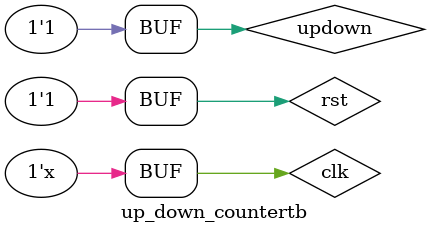
<source format=v>
`timescale 1ns / 1ps


module up_down_countertb;

	// Inputs
	reg clk;
	reg rst;
	reg updown;

	// Outputs
	wire [3:0] count;

	// Instantiate the Unit Under Test (UUT)
	up_down_counter uut (
		.clk(clk), 
		.rst(rst), 
		.count(count), 
		.updown(updown)
	);

	initial begin
	
$monitor($time,"    updown=%b    count=%b    count=%d",updown,count,count);
end
    initial clk = 0;
    always #5 clk = ~clk;
    
    initial begin
        // Apply Inputs
        rst = 0;
       updown = 0;
        #150;
        updown = 1;
        rst = 1;
        #150;  updown = 0;
        #150; updown = 1;
    end      
endmodule



</source>
